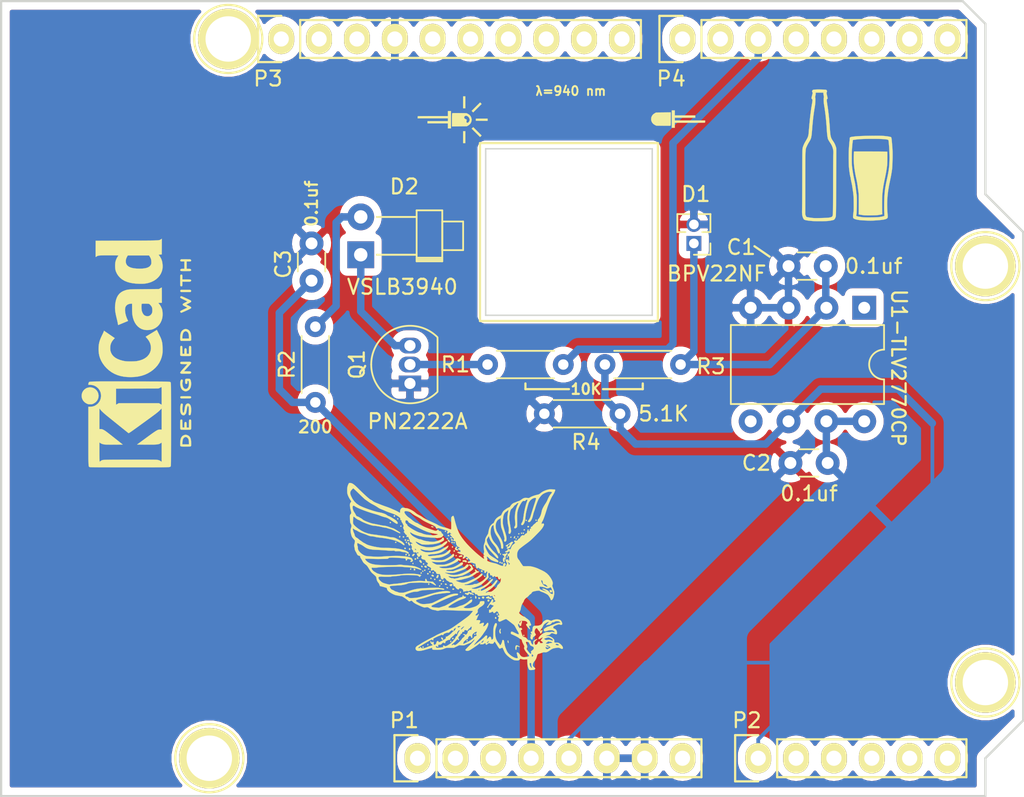
<source format=kicad_pcb>
(kicad_pcb (version 20171130) (host pcbnew "(5.1.5)-3")
  (title_block (date "lun. 30 mars 2015"))
  (layers (0 F.Cu signal) (31 B.Cu signal) (34 B.Paste user) (35 F.Paste user) (36 B.SilkS user) (37 F.SilkS user) (38 B.Mask user) (39 F.Mask user) (44 Edge.Cuts user))
  (net 0 "")
  (net 1 /IOREF)
  (net 2 /Reset)
  (net 3 +5V)
  (net 4 GND)
  (net 5 /Vin)
  (net 6 /A0)
  (net 7 /A1)
  (net 8 /A2)
  (net 9 /A3)
  (net 10 /AREF)
  (net 11 "/A4(SDA)")
  (net 12 "/A5(SCL)")
  (net 13 "/9(**)")
  (net 14 /8)
  (net 15 /7)
  (net 16 "/6(**)")
  (net 17 "/5(**)")
  (net 18 /4)
  (net 19 "/3(**)")
  (net 20 /2)
  (net 21 "/1(Tx)")
  (net 22 "/0(Rx)")
  (net 23 "Net-(P5-Pad1)")
  (net 24 "Net-(P6-Pad1)")
  (net 25 "Net-(P7-Pad1)")
  (net 26 "Net-(P8-Pad1)")
  (net 27 "/13(SCK)")
  (net 28 "/10(**/SS)")
  (net 29 "Net-(P1-Pad1)")
  (net 30 +3V3)
  (net 31 "/12(MISO)")
  (net 32 "/11(**/MOSI)")
  (net 33 "Net-(C1-Pad2)")
  (net 34 "Net-(D2-Pad2)")
  (net 35 "Net-(D2-Pad1)")
  (net 36 "Net-(Q1-Pad2)")
  (net 37 "Net-(U1-Pad5)")
  (net 38 "Net-(U1-Pad1)")
  (net 39 "/A4(SDA1)")
  (net 40 "/A5(SCL1)")
  (module Symbol:KiCad-Logo2_6mm_SilkScreen (layer F.Cu) (at 119.38 96.647 90)
    (fp_text reference REF** hide)
    (fp_text value KiCad-Logo2_6mm_SilkScreen hide)
  )
  (module Pictures:hawkSilk (layer F.Cu) (at 141.478 111.633)
    (fp_text reference G*** hide)
    (fp_text value LOGO hide)
  )
  (module Pictures:alcoHawk2 (layer F.Cu) (at 160.9725 109.6645)
    (fp_text reference G*** hide)
    (fp_text value LOGO hide)
  )
  (module Pictures:beerMed (layer F.Cu) (at 167.767 83.312)
    (fp_text reference G*** hide)
    (fp_text value LOGO hide)
  )
  (module Pictures:irPDmed (layer F.Cu) (at 155.829 80.899 90)
    (fp_text reference G*** hide)
    (fp_text value LOGO hide)
  )
  (module Pictures:irSilkMed (layer F.Cu) (at 141.351 81.026 270)
    (fp_text reference G*** hide)
    (fp_text value LOGO hide)
  )
  (module Pictures:cosineWave2 (layer F.Cu) (at 149.098 80.9498)
    (fp_text reference G*** hide)
    (fp_text value LOGO hide)
  )
  (module Capacitor_THT:C_Disc_D3.0mm_W1.6mm_P2.50mm (layer F.Cu) (at 163.83 90.805)
    (fp_text reference C1 (at -3.175 -1.27) (layer F.SilkS))
    (fp_text value 0.1uf (at 5.715 0) (layer F.SilkS))
    (pad 2 thru_hole circle (at 2.5 0) (size 1.6 1.6) (drill 0.8) (layers *.Cu *.Mask) (net 33 "Net-(C1-Pad2)"))
    (pad 1 thru_hole circle (at 0 0) (size 1.6 1.6) (drill 0.8) (layers *.Cu *.Mask) (net 4 GND))
  )
  (module Package_DIP:DIP-8_W7.62mm (layer F.Cu) (at 168.91 93.599 270)
    (fp_text reference U1 (at -0.254 -2.33 270 unlocked) (layer F.SilkS))
    (fp_text value " -TLV2770CP" (at 4.699 -2.286 270 unlocked) (layer F.SilkS) (effects (font (size 0.9 0.9))))
    (pad 8 thru_hole oval (at 7.62 0 270) (size 1.6 1.6) (drill 0.8) (layers *.Cu *.Mask) (net 3 +5V))
    (pad 4 thru_hole oval (at 0 7.62 270) (size 1.6 1.6) (drill 0.8) (layers *.Cu *.Mask) (net 4 GND))
    (pad 7 thru_hole oval (at 7.62 2.54 270) (size 1.6 1.6) (drill 0.8) (layers *.Cu *.Mask) (net 3 +5V))
    (pad 3 thru_hole oval (at 0 5.08 270) (size 1.6 1.6) (drill 0.8) (layers *.Cu *.Mask) (net 4 GND))
    (pad 6 thru_hole oval (at 7.62 5.08 270) (size 1.6 1.6) (drill 0.8) (layers *.Cu *.Mask) (net 6 /A0))
    (pad 2 thru_hole oval (at 0 2.54 270) (size 1.6 1.6) (drill 0.8) (layers *.Cu *.Mask) (net 33 "Net-(C1-Pad2)"))
    (pad 5 thru_hole oval (at 7.62 7.62 270) (size 1.6 1.6) (drill 0.8) (layers *.Cu *.Mask) (net 37 "Net-(U1-Pad5)"))
    (pad 1 thru_hole rect (at 0 0 270) (size 1.6 1.6) (drill 0.8) (layers *.Cu *.Mask) (net 38 "Net-(U1-Pad1)"))
  )
  (module Resistor_THT:R_Axial_DIN0204_L3.6mm_D1.6mm_P5.08mm_Horizontal (layer F.Cu) (at 147.447 100.711)
    (fp_text reference R4 (at 2.794 1.905) (layer F.SilkS))
    (fp_text value 5.1K (at 8.001 0) (layer F.SilkS))
    (pad 2 thru_hole oval (at 5.08 0) (size 1.4 1.4) (drill 0.7) (layers *.Cu *.Mask) (net 6 /A0))
    (pad 1 thru_hole circle (at 0 0) (size 1.4 1.4) (drill 0.7) (layers *.Cu *.Mask) (net 4 GND))
  )
  (module Resistor_THT:R_Axial_DIN0204_L3.6mm_D1.6mm_P5.08mm_Horizontal (layer F.Cu) (at 156.591 97.409 180)
    (fp_text reference R3 (at -2.032 -0.127) (layer F.SilkS))
    (fp_text value 10K)
    (pad 2 thru_hole oval (at 5.08 0 180) (size 1.4 1.4) (drill 0.7) (layers *.Cu *.Mask) (net 6 /A0))
    (pad 1 thru_hole circle (at 0 0 180) (size 1.4 1.4) (drill 0.7) (layers *.Cu *.Mask) (net 33 "Net-(C1-Pad2)"))
  )
  (module Resistor_THT:R_Axial_DIN0204_L3.6mm_D1.6mm_P5.08mm_Horizontal (layer F.Cu) (at 132.08 99.949 90)
    (fp_text reference R2 (at 2.54 -1.905 90) (layer F.SilkS))
    (fp_text value 200 (at -1.651 0 180) (layer F.SilkS) (effects (font (size 0.8 0.8))))
    (pad 2 thru_hole oval (at 5.08 0 90) (size 1.4 1.4) (drill 0.7) (layers *.Cu *.Mask) (net 34 "Net-(D2-Pad2)"))
    (pad 1 thru_hole circle (at 0 0 90) (size 1.4 1.4) (drill 0.7) (layers *.Cu *.Mask) (net 30 +3V3))
  )
  (module Resistor_THT:R_Axial_DIN0204_L3.6mm_D1.6mm_P5.08mm_Horizontal (layer F.Cu) (at 143.637 97.409)
    (fp_text reference R1 (at -2.159 0) (layer F.SilkS))
    (fp_text value 10K (at 6.604 1.651) (layer F.SilkS) (effects (font (size 0.7 0.7))))
    (pad 2 thru_hole oval (at 5.08 0) (size 1.4 1.4) (drill 0.7) (layers *.Cu *.Mask) (net 17 "/5(**)"))
    (pad 1 thru_hole circle (at 0 0) (size 1.4 1.4) (drill 0.7) (layers *.Cu *.Mask) (net 36 "Net-(Q1-Pad2)"))
  )
  (module Package_TO_SOT_THT:TO-92_Inline (layer F.Cu) (at 138.43 98.679 90)
    (fp_text reference Q1 (at 1.27 -3.556 90) (layer F.SilkS))
    (fp_text value PN2222A (at -2.54 0.508 180) (layer F.SilkS))
    (pad 1 thru_hole rect (at 0 0 90) (size 1.05 1.5) (drill 0.75) (layers *.Cu *.Mask) (net 4 GND))
    (pad 3 thru_hole oval (at 2.54 0 90) (size 1.05 1.5) (drill 0.75) (layers *.Cu *.Mask) (net 35 "Net-(D2-Pad1)"))
    (pad 2 thru_hole oval (at 1.27 0 90) (size 1.05 1.5) (drill 0.75) (layers *.Cu *.Mask) (net 36 "Net-(Q1-Pad2)"))
  )
  (module LED_THT:LED_D1.8mm_W1.8mm_H2.4mm_Horizontal_O3.81mm_Z1.6mm (layer F.Cu) (at 135.128 90.043 90)
    (fp_text reference D2 (at 4.572 2.921 180) (layer F.SilkS))
    (fp_text value VSLB3940 (at -2.159 2.794 180) (layer F.SilkS))
    (pad 2 thru_hole circle (at 2.54 0 90) (size 1.8 1.8) (drill 0.9) (layers *.Cu *.Mask) (net 34 "Net-(D2-Pad2)"))
    (pad 1 thru_hole rect (at 0 0 90) (size 1.8 1.8) (drill 0.9) (layers *.Cu *.Mask) (net 35 "Net-(D2-Pad1)"))
  )
  (module Connector_PinHeader_1.27mm:PinHeader_1x02_P1.27mm_Vertical (layer F.Cu) (at 157.48 89.281 180)
    (fp_text reference D1 (at -0.127 3.302) (layer F.SilkS))
    (fp_text value BPV22NF (at -1.524 -2.032) (layer F.SilkS))
    (pad 2 thru_hole oval (at 0 1.27 180) (size 1 1) (drill 0.65) (layers *.Cu *.Mask) (net 4 GND))
    (pad 1 thru_hole rect (at 0 0 180) (size 1 1) (drill 0.65) (layers *.Cu *.Mask) (net 33 "Net-(C1-Pad2)"))
  )
  (module Capacitor_THT:C_Disc_D3.0mm_W1.6mm_P2.50mm (layer F.Cu) (at 131.826 89.281 270)
    (fp_text reference C3 (at 1.397 1.905 90) (layer F.SilkS))
    (fp_text value 0.1uf (at -2.667 0 270) (layer F.SilkS) (effects (font (size 0.8 0.8))))
    (pad 2 thru_hole circle (at 2.5 0 270) (size 1.6 1.6) (drill 0.8) (layers *.Cu *.Mask) (net 30 +3V3))
    (pad 1 thru_hole circle (at 0 0 270) (size 1.6 1.6) (drill 0.8) (layers *.Cu *.Mask) (net 4 GND))
  )
  (module Capacitor_THT:C_Disc_D3.0mm_W1.6mm_P2.50mm (layer F.Cu) (at 163.957 104.013)
    (fp_text reference C2 (at -2.286 0 unlocked) (layer F.SilkS))
    (fp_text value 0.1uf (at 1.25 2.05) (layer F.SilkS))
    (pad 2 thru_hole circle (at 2.5 0) (size 1.6 1.6) (drill 0.8) (layers *.Cu *.Mask) (net 3 +5V))
    (pad 1 thru_hole circle (at 0 0) (size 1.6 1.6) (drill 0.8) (layers *.Cu *.Mask) (net 4 GND))
  )
  (module Socket_Arduino_Uno:Socket_Strip_Arduino_1x08 (layer F.Cu) (at 138.938 123.825)
    (fp_text reference P1 (at -0.889 -2.54) (layer F.SilkS))
    (fp_text value Power)
    (pad 1 thru_hole oval (at 0 0) (size 1.7272 2.032) (drill 1.016) (layers *.Cu *.Mask F.SilkS) (net 29 "Net-(P1-Pad1)"))
    (pad 2 thru_hole oval (at 2.54 0) (size 1.7272 2.032) (drill 1.016) (layers *.Cu *.Mask F.SilkS) (net 1 /IOREF))
    (pad 3 thru_hole oval (at 5.08 0) (size 1.7272 2.032) (drill 1.016) (layers *.Cu *.Mask F.SilkS) (net 2 /Reset))
    (pad 4 thru_hole oval (at 7.62 0) (size 1.7272 2.032) (drill 1.016) (layers *.Cu *.Mask F.SilkS) (net 30 +3V3))
    (pad 5 thru_hole oval (at 10.16 0) (size 1.7272 2.032) (drill 1.016) (layers *.Cu *.Mask F.SilkS) (net 3 +5V))
    (pad 6 thru_hole oval (at 12.7 0) (size 1.7272 2.032) (drill 1.016) (layers *.Cu *.Mask F.SilkS) (net 4 GND))
    (pad 7 thru_hole oval (at 15.24 0) (size 1.7272 2.032) (drill 1.016) (layers *.Cu *.Mask F.SilkS) (net 4 GND))
    (pad 8 thru_hole oval (at 17.78 0) (size 1.7272 2.032) (drill 1.016) (layers *.Cu *.Mask F.SilkS) (net 5 /Vin))
  )
  (module Socket_Arduino_Uno:Socket_Strip_Arduino_1x06 (layer F.Cu) (at 161.798 123.825)
    (fp_text reference P2 (at -0.762 -2.54) (layer F.SilkS))
    (fp_text value Analog)
    (pad 1 thru_hole oval (at 0 0) (size 1.7272 2.032) (drill 1.016) (layers *.Cu *.Mask F.SilkS) (net 6 /A0))
    (pad 2 thru_hole oval (at 2.54 0) (size 1.7272 2.032) (drill 1.016) (layers *.Cu *.Mask F.SilkS) (net 7 /A1))
    (pad 3 thru_hole oval (at 5.08 0) (size 1.7272 2.032) (drill 1.016) (layers *.Cu *.Mask F.SilkS) (net 8 /A2))
    (pad 4 thru_hole oval (at 7.62 0) (size 1.7272 2.032) (drill 1.016) (layers *.Cu *.Mask F.SilkS) (net 9 /A3))
    (pad 5 thru_hole oval (at 10.16 0) (size 1.7272 2.032) (drill 1.016) (layers *.Cu *.Mask F.SilkS) (net 39 "/A4(SDA1)"))
    (pad 6 thru_hole oval (at 12.7 0) (size 1.7272 2.032) (drill 1.016) (layers *.Cu *.Mask F.SilkS) (net 40 "/A5(SCL1)"))
  )
  (module Socket_Arduino_Uno:Socket_Strip_Arduino_1x10 (layer F.Cu) (at 129.794 75.565)
    (fp_text reference P3 (at -0.889 2.667) (layer F.SilkS))
    (fp_text value Digital)
    (pad 1 thru_hole oval (at 0 0) (size 1.7272 2.032) (drill 1.016) (layers *.Cu *.Mask F.SilkS) (net 12 "/A5(SCL)"))
    (pad 2 thru_hole oval (at 2.54 0) (size 1.7272 2.032) (drill 1.016) (layers *.Cu *.Mask F.SilkS) (net 11 "/A4(SDA)"))
    (pad 3 thru_hole oval (at 5.08 0) (size 1.7272 2.032) (drill 1.016) (layers *.Cu *.Mask F.SilkS) (net 10 /AREF))
    (pad 4 thru_hole oval (at 7.62 0) (size 1.7272 2.032) (drill 1.016) (layers *.Cu *.Mask F.SilkS) (net 4 GND))
    (pad 5 thru_hole oval (at 10.16 0) (size 1.7272 2.032) (drill 1.016) (layers *.Cu *.Mask F.SilkS) (net 27 "/13(SCK)"))
    (pad 6 thru_hole oval (at 12.7 0) (size 1.7272 2.032) (drill 1.016) (layers *.Cu *.Mask F.SilkS) (net 31 "/12(MISO)"))
    (pad 7 thru_hole oval (at 15.24 0) (size 1.7272 2.032) (drill 1.016) (layers *.Cu *.Mask F.SilkS) (net 32 "/11(**/MOSI)"))
    (pad 8 thru_hole oval (at 17.78 0) (size 1.7272 2.032) (drill 1.016) (layers *.Cu *.Mask F.SilkS) (net 28 "/10(**/SS)"))
    (pad 9 thru_hole oval (at 20.32 0) (size 1.7272 2.032) (drill 1.016) (layers *.Cu *.Mask F.SilkS) (net 13 "/9(**)"))
    (pad 10 thru_hole oval (at 22.86 0) (size 1.7272 2.032) (drill 1.016) (layers *.Cu *.Mask F.SilkS) (net 14 /8))
  )
  (module Socket_Arduino_Uno:Socket_Strip_Arduino_1x08 (layer F.Cu) (at 156.718 75.565)
    (fp_text reference P4 (at -0.762 2.667) (layer F.SilkS))
    (fp_text value Digital)
    (pad 1 thru_hole oval (at 0 0) (size 1.7272 2.032) (drill 1.016) (layers *.Cu *.Mask F.SilkS) (net 15 /7))
    (pad 2 thru_hole oval (at 2.54 0) (size 1.7272 2.032) (drill 1.016) (layers *.Cu *.Mask F.SilkS) (net 16 "/6(**)"))
    (pad 3 thru_hole oval (at 5.08 0) (size 1.7272 2.032) (drill 1.016) (layers *.Cu *.Mask F.SilkS) (net 17 "/5(**)"))
    (pad 4 thru_hole oval (at 7.62 0) (size 1.7272 2.032) (drill 1.016) (layers *.Cu *.Mask F.SilkS) (net 18 /4))
    (pad 5 thru_hole oval (at 10.16 0) (size 1.7272 2.032) (drill 1.016) (layers *.Cu *.Mask F.SilkS) (net 19 "/3(**)"))
    (pad 6 thru_hole oval (at 12.7 0) (size 1.7272 2.032) (drill 1.016) (layers *.Cu *.Mask F.SilkS) (net 20 /2))
    (pad 7 thru_hole oval (at 15.24 0) (size 1.7272 2.032) (drill 1.016) (layers *.Cu *.Mask F.SilkS) (net 21 "/1(Tx)"))
    (pad 8 thru_hole oval (at 17.78 0) (size 1.7272 2.032) (drill 1.016) (layers *.Cu *.Mask F.SilkS) (net 22 "/0(Rx)"))
  )
  (module Socket_Arduino_Uno:Arduino_1pin (layer F.Cu) (at 124.968 123.825)
    (fp_text reference P5 hide)
    (fp_text value CONN_01X01 hide)
    (pad 1 thru_hole circle (at 0 0) (size 4.064 4.064) (drill 3.048) (layers *.Cu *.Mask F.SilkS) (net 23 "Net-(P5-Pad1)"))
  )
  (module Socket_Arduino_Uno:Arduino_1pin (layer F.Cu) (at 177.038 118.745)
    (fp_text reference P6 hide)
    (fp_text value CONN_01X01 hide)
    (pad 1 thru_hole circle (at 0 0) (size 4.064 4.064) (drill 3.048) (layers *.Cu *.Mask F.SilkS) (net 24 "Net-(P6-Pad1)"))
  )
  (module Socket_Arduino_Uno:Arduino_1pin (layer F.Cu) (at 126.238 75.565)
    (fp_text reference P7 hide)
    (fp_text value CONN_01X01 hide)
    (pad 1 thru_hole circle (at 0 0) (size 4.064 4.064) (drill 3.048) (layers *.Cu *.Mask F.SilkS) (net 25 "Net-(P7-Pad1)"))
  )
  (module Socket_Arduino_Uno:Arduino_1pin (layer F.Cu) (at 177.038 90.805)
    (fp_text reference P8 hide)
    (fp_text value CONN_01X01 hide)
    (pad 1 thru_hole circle (at 0 0) (size 4.064 4.064) (drill 3.048) (layers *.Cu *.Mask F.SilkS) (net 26 "Net-(P8-Pad1)"))
  )
  (gr_line (start 143.129 82.55) (end 143.129 94.488) (layer F.SilkS) (width 0.15))
  (gr_line (start 155.067 82.55) (end 143.129 82.55) (layer F.SilkS) (width 0.15))
  (gr_line (start 155.067 94.488) (end 155.067 82.55) (layer F.SilkS) (width 0.15))
  (gr_line (start 143.129 94.488) (end 155.067 94.488) (layer F.SilkS) (width 0.15))
  (gr_line (start 154.686 82.931) (end 154.686 94.107) (layer Edge.Cuts) (width 0.1))
  (gr_line (start 143.51 82.931) (end 154.686 82.931) (layer Edge.Cuts) (width 0.1))
  (gr_line (start 143.51 94.107) (end 143.51 82.931) (layer Edge.Cuts) (width 0.1))
  (gr_line (start 154.686 94.107) (end 143.51 94.107) (layer Edge.Cuts) (width 0.1))
  (gr_poly (pts (xy 154.813 81.026) (xy 154.686 80.899) (xy 154.813 80.899)) (layer F.SilkS) (width 0.1))
  (gr_poly (pts (xy 155.067 80.899) (xy 154.813 80.772) (xy 154.94 80.645)) (layer F.SilkS) (width 0.1))
  (gr_poly (pts (xy 155.067 80.899) (xy 155.067 81.28) (xy 154.813 81.153) (xy 154.813 80.772)) (layer F.SilkS) (width 0.1))
  (gr_text "λ=940 nm" (at 149.225 79.0575) (layer F.SilkS) (effects (font (size 0.6 0.6) (thickness 0.125))))
  (gr_line (start 161.544 89.4715) (end 162.56 90.17) (layer F.SilkS) (width 0.15))
  (gr_line (start 154.051 98.806) (end 154.051 98.679) (layer F.SilkS) (width 0.15))
  (gr_line (start 146.177 99.06) (end 146.177 98.679) (layer F.SilkS) (width 0.15))
  (gr_line (start 149.098 99.06) (end 146.177 99.06) (layer F.SilkS) (width 0.15))
  (gr_line (start 154.051 99.06) (end 154.051 98.806) (layer F.SilkS) (width 0.15))
  (gr_line (start 151.384 99.06) (end 154.051 99.06) (layer F.SilkS) (width 0.15))
  (gr_line (start 177.038 74.549) (end 175.514 73.025) (angle 90) (layer Edge.Cuts) (width 0.15))
  (gr_line (start 177.038 85.979) (end 177.038 74.549) (angle 90) (layer Edge.Cuts) (width 0.15))
  (gr_line (start 179.578 88.519) (end 177.038 85.979) (angle 90) (layer Edge.Cuts) (width 0.15))
  (gr_line (start 179.578 121.285) (end 179.578 88.519) (angle 90) (layer Edge.Cuts) (width 0.15))
  (gr_line (start 177.038 123.825) (end 179.578 121.285) (angle 90) (layer Edge.Cuts) (width 0.15))
  (gr_line (start 177.038 126.365) (end 177.038 123.825) (angle 90) (layer Edge.Cuts) (width 0.15))
  (gr_line (start 110.998 126.365) (end 177.038 126.365) (angle 90) (layer Edge.Cuts) (width 0.15))
  (gr_line (start 110.998 73.025) (end 110.998 126.365) (angle 90) (layer Edge.Cuts) (width 0.15))
  (gr_line (start 175.514 73.025) (end 110.998 73.025) (angle 90) (layer Edge.Cuts) (width 0.15))
  (segment (start 166.37 101.219) (end 166.37 103.926) (width 0.5) (layer B.Cu) (net 3))
  (segment (start 166.37 103.926) (end 166.457 104.013) (width 0.25) (layer B.Cu) (net 3))
  (segment (start 168.91 101.219) (end 167.77863 101.219) (width 0.5) (layer B.Cu) (net 3))
  (segment (start 167.77863 101.219) (end 166.37 101.219) (width 0.5) (layer B.Cu) (net 3))
  (segment (start 166.457 104.013) (end 172.2755 109.8315) (width 0.5) (layer B.Cu) (net 3))
  (segment (start 172.2755 109.8315) (end 172.2755 112.8395) (width 0.5) (layer B.Cu) (net 3))
  (segment (start 172.2755 112.8395) (end 167.7035 117.4115) (width 0.5) (layer B.Cu) (net 3))
  (segment (start 149.098 122.559) (end 149.098 123.825) (width 0.25) (layer B.Cu) (net 3))
  (segment (start 154.2455 117.4115) (end 149.098 122.559) (width 0.25) (layer B.Cu) (net 3))
  (segment (start 167.7035 117.4115) (end 154.2455 117.4115) (width 0.25) (layer B.Cu) (net 3))
  (segment (start 163.83 90.805) (end 163.83 93.599) (width 0.5) (layer B.Cu) (net 4))
  (segment (start 151.511 99.695) (end 152.527 100.711) (width 0.5) (layer B.Cu) (net 6))
  (segment (start 151.511 97.409) (end 151.511 99.695) (width 0.5) (layer B.Cu) (net 6))
  (segment (start 152.527 101.700949) (end 153.569051 102.743) (width 0.5) (layer B.Cu) (net 6))
  (segment (start 152.527 100.711) (end 152.527 101.700949) (width 0.5) (layer B.Cu) (net 6))
  (segment (start 162.306 102.743) (end 163.83 101.219) (width 0.5) (layer B.Cu) (net 6))
  (segment (start 154.458051 102.743) (end 162.306 102.743) (width 0.5) (layer B.Cu) (net 6))
  (segment (start 165.989 99.06) (end 171.196 99.06) (width 0.5) (layer B.Cu) (net 6))
  (segment (start 163.83 101.219) (end 165.989 99.06) (width 0.5) (layer B.Cu) (net 6))
  (segment (start 171.196 99.06) (end 173.482 101.346) (width 0.5) (layer B.Cu) (net 6))
  (segment (start 154.458051 102.743) (end 153.569051 102.743) (width 0.5) (layer B.Cu) (net 6))
  (segment (start 173.482 101.346) (end 173.482 114.1095) (width 0.25) (layer B.Cu) (net 6))
  (segment (start 173.482 114.1095) (end 169.164 118.4275) (width 0.25) (layer B.Cu) (net 6))
  (segment (start 165.9295 118.4275) (end 161.798 122.559) (width 0.25) (layer B.Cu) (net 6))
  (segment (start 161.798 122.559) (end 161.798 123.825) (width 0.25) (layer B.Cu) (net 6))
  (segment (start 169.164 118.4275) (end 165.9295 118.4275) (width 0.25) (layer B.Cu) (net 6))
  (segment (start 156.079 82.55) (end 156.079 96.016) (width 0.5) (layer B.Cu) (net 17))
  (segment (start 161.798 76.831) (end 161.798 75.565) (width 0.5) (layer B.Cu) (net 17))
  (segment (start 150.631001 96.383999) (end 155.711001 96.383999) (width 0.5) (layer B.Cu) (net 17))
  (segment (start 156.079 96.016) (end 155.956 96.139) (width 0.25) (layer B.Cu) (net 17))
  (segment (start 156.654999 81.974001) (end 161.798 76.831) (width 0.5) (layer B.Cu) (net 17))
  (segment (start 155.711001 96.383999) (end 155.956 96.139) (width 0.5) (layer B.Cu) (net 17))
  (segment (start 156.079 82.55) (end 156.654999 81.974001) (width 0.5) (layer B.Cu) (net 17))
  (segment (start 149.742001 96.383999) (end 148.717 97.409) (width 0.5) (layer B.Cu) (net 17))
  (segment (start 150.631001 96.383999) (end 149.742001 96.383999) (width 0.5) (layer B.Cu) (net 17))
  (segment (start 146.558 114.427) (end 132.08 99.949) (width 0.5) (layer B.Cu) (net 30))
  (segment (start 146.558 123.825) (end 146.558 114.427) (width 0.5) (layer B.Cu) (net 30))
  (segment (start 130.556 99.949) (end 132.08 99.949) (width 0.5) (layer B.Cu) (net 30))
  (segment (start 129.667 99.06) (end 130.556 99.949) (width 0.5) (layer B.Cu) (net 30))
  (segment (start 129.667 94.321) (end 129.667 99.06) (width 0.5) (layer B.Cu) (net 30))
  (segment (start 129.667 93.94) (end 131.826 91.781) (width 0.5) (layer B.Cu) (net 30))
  (segment (start 129.667 94.321) (end 129.667 93.94) (width 0.5) (layer B.Cu) (net 30))
  (segment (start 166.33 93.559) (end 166.37 93.599) (width 0.25) (layer B.Cu) (net 33))
  (segment (start 166.33 90.805) (end 166.33 93.559) (width 0.5) (layer B.Cu) (net 33))
  (segment (start 166.37 93.599) (end 162.56 97.409) (width 0.5) (layer B.Cu) (net 33))
  (segment (start 157.48 89.281) (end 157.48 90.031) (width 0.5) (layer B.Cu) (net 33))
  (segment (start 157.48 96.52) (end 156.591 97.409) (width 0.5) (layer B.Cu) (net 33))
  (segment (start 157.48 90.031) (end 157.48 96.52) (width 0.5) (layer B.Cu) (net 33))
  (segment (start 162.56 97.409) (end 156.591 97.409) (width 0.5) (layer B.Cu) (net 33))
  (segment (start 133.477 93.472) (end 132.08 94.869) (width 0.5) (layer B.Cu) (net 34))
  (segment (start 135.128 87.503) (end 133.855208 87.503) (width 0.5) (layer B.Cu) (net 34))
  (segment (start 133.477 87.881208) (end 133.477 93.472) (width 0.5) (layer B.Cu) (net 34))
  (segment (start 133.855208 87.503) (end 133.477 87.881208) (width 0.5) (layer B.Cu) (net 34))
  (segment (start 137.43 96.139) (end 138.43 96.139) (width 0.5) (layer B.Cu) (net 35))
  (segment (start 135.128 93.837) (end 137.43 96.139) (width 0.5) (layer B.Cu) (net 35))
  (segment (start 135.128 90.043) (end 135.128 93.837) (width 0.5) (layer B.Cu) (net 35))
  (segment (start 143.637 97.409) (end 138.43 97.409) (width 0.5) (layer B.Cu) (net 36))
  (zone (net 4) (net_name GND) (layer B.Cu) (connect_pads (clearance 0.508)) (min_thickness 0.254) (fill yes (arc_segments 32) (thermal_gap 0.508) (thermal_bridge_width 0.508))
    (polygon (pts (xy 177.038 74.549) (xy 177.038 85.979) (xy 179.578 88.519) (xy 179.578 121.285) (xy 177.038 123.825) (xy 177.038 126.365) (xy 110.998 126.365) (xy 110.998 73.025) (xy 175.514 73.025)))
  )
  (zone (net 4) (net_name GND) (layer F.Cu) (connect_pads (clearance 0.508)) (min_thickness 0.254) (fill yes (arc_segments 32) (thermal_gap 0.508) (thermal_bridge_width 0.508))
    (polygon (pts (xy 177.038 74.549) (xy 177.038 85.979) (xy 179.578 88.519) (xy 179.578 121.285) (xy 177.038 123.825) (xy 177.038 126.365) (xy 110.998 126.365) (xy 110.998 73.025) (xy 175.514 73.025)))
  )
)
</source>
